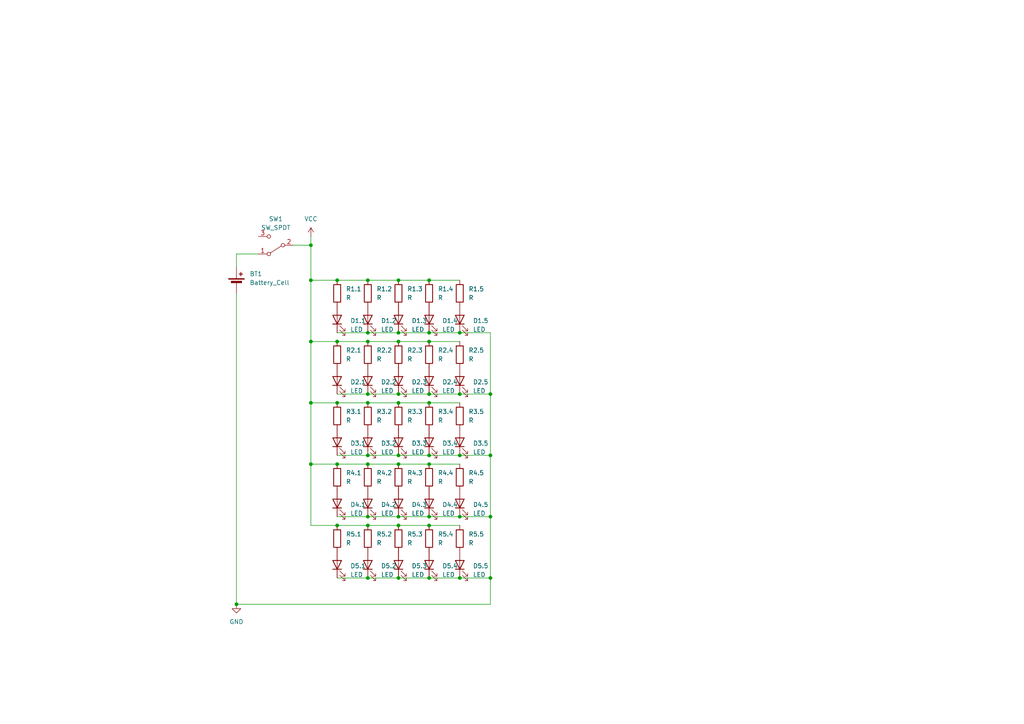
<source format=kicad_sch>
(kicad_sch (version 20230121) (generator eeschema)
  (paper "A4")
  (lib_symbols
    (symbol "Device:Battery_Cell" (pin_numbers hide) (pin_names (offset 0) hide)
      (property "Reference" "BT" (at 2.54 2.54 0))
      (property "Value" "Battery_Cell" (at 2.54 0 0))
      (symbol "Battery_Cell_0_1"
        (rectangle (start -2.286 1.778) (end 2.286 1.524) (fill (type outline)))
        (rectangle (start -1.524 1.016) (end 1.524 0.508) (fill (type outline)))
        (polyline (pts (xy 0 0.762) (xy 0 0)))
        (polyline (pts (xy 0 1.778) (xy 0 2.54)))
        (polyline (pts (xy 0.762 3.048) (xy 1.778 3.048)) (stroke (width 0.254)))
        (polyline (pts (xy 1.27 3.556) (xy 1.27 2.54)) (stroke (width 0.254)))
      )
      (symbol "Battery_Cell_1_1"
        (pin passive line (at 0 5.08 270) (length 2.54) (name "+") (number "1"))
        (pin passive line (at 0 -2.54 90) (length 2.54) (name "-") (number "2"))
      )
    )
    (symbol "Device:LED" (pin_numbers hide) (pin_names (offset 1.016) hide)
      (property "Reference" "D" (at 0 2.54 0))
      (property "Value" "LED" (at 0 -2.54 0))
      (symbol "LED_0_1"
        (polyline (pts (xy -1.27 -1.27) (xy -1.27 1.27)) (stroke (width 0.254)))
        (polyline (pts (xy -1.27 0) (xy 1.27 0)))
        (polyline (pts (xy 1.27 -1.27) (xy 1.27 1.27) (xy -1.27 0) (xy 1.27 -1.27)) (stroke (width 0.254)))
        (polyline (pts (xy -3.048 -0.762) (xy -4.572 -2.286) (xy -3.81 -2.286) (xy -4.572 -2.286) (xy -4.572 -1.524)))
        (polyline (pts (xy -1.778 -0.762) (xy -3.302 -2.286) (xy -2.54 -2.286) (xy -3.302 -2.286) (xy -3.302 -1.524)))
      )
      (symbol "LED_1_1"
        (pin passive line (at -3.81 0 0) (length 2.54) (name "K") (number "1"))
        (pin passive line (at 3.81 0 180) (length 2.54) (name "A") (number "2"))
      )
    )
    (symbol "Device:R" (pin_numbers hide) (pin_names (offset 0))
      (property "Reference" "R" (at 2.032 0 90))
      (property "Value" "R" (at 0 0 90))
      (symbol "R_0_1"
        (rectangle (start -1.016 -2.54) (end 1.016 2.54) (stroke (width 0.254)))
      )
      (symbol "R_1_1"
        (pin passive line (at 0 3.81 270) (length 1.27) (name "~") (number "1"))
        (pin passive line (at 0 -3.81 90) (length 1.27) (name "~") (number "2"))
      )
    )
    (symbol "Switch:SW_SPDT" (pin_names (offset 0) hide)
      (property "Reference" "SW" (at 0 4.318 0))
      (property "Value" "SW_SPDT" (at 0 -5.08 0))
      (symbol "SW_SPDT_0_0"
        (circle (center -2.032 0) (radius 0.508))
        (circle (center 2.032 -2.54) (radius 0.508))
      )
      (symbol "SW_SPDT_0_1"
        (polyline (pts (xy -1.524 0.254) (xy 1.651 2.286)))
        (circle (center 2.032 2.54) (radius 0.508))
      )
      (symbol "SW_SPDT_1_1"
        (pin passive line (at 5.08 2.54 180) (length 2.54) (name "A") (number "1"))
        (pin passive line (at -5.08 0 0) (length 2.54) (name "B") (number "2"))
        (pin passive line (at 5.08 -2.54 180) (length 2.54) (name "C") (number "3"))
      )
    )
    (symbol "power:GND" (power) (pin_names (offset 0))
      (property "Value" "GND" (at 0 -3.81 0))
      (symbol "GND_0_1"
        (polyline (pts (xy 0 0) (xy 0 -1.27) (xy 1.27 -1.27) (xy 0 -2.54) (xy -1.27 -1.27) (xy 0 -1.27)))
      )
      (symbol "GND_1_1"
        (pin power_in line (at 0 0 270) (length 0) hide (name "GND") (number "1"))
      )
    )
    (symbol "power:VCC" (power) (pin_names (offset 0))
      (property "Value" "VCC" (at 0 3.81 0))
      (symbol "VCC_0_1"
        (polyline (pts (xy -0.762 1.27) (xy 0 2.54)))
        (polyline (pts (xy 0 0) (xy 0 2.54)))
        (polyline (pts (xy 0 2.54) (xy 0.762 1.27)))
      )
      (symbol "VCC_1_1"
        (pin power_in line (at 0 0 90) (length 0) hide (name "VCC") (number "1"))
      )
    )
  )
  (junction (at 142.24 149.86))
  (junction (at 133.35 149.86))
  (junction (at 124.46 152.4))
  (junction (at 106.68 99.06))
  (junction (at 106.68 116.84))
  (junction (at 90.17 134.62))
  (junction (at 115.57 116.84))
  (junction (at 97.79 152.4))
  (junction (at 124.46 167.64))
  (junction (at 90.17 71.12))
  (junction (at 115.57 149.86))
  (junction (at 124.46 132.08))
  (junction (at 115.57 152.4))
  (junction (at 115.57 132.08))
  (junction (at 115.57 134.62))
  (junction (at 106.68 167.64))
  (junction (at 124.46 114.3))
  (junction (at 90.17 99.06))
  (junction (at 133.35 114.3))
  (junction (at 142.24 167.64))
  (junction (at 115.57 167.64))
  (junction (at 106.68 114.3))
  (junction (at 142.24 132.08))
  (junction (at 115.57 96.52))
  (junction (at 124.46 116.84))
  (junction (at 124.46 96.52))
  (junction (at 142.24 114.3))
  (junction (at 133.35 132.08))
  (junction (at 68.58 175.26))
  (junction (at 97.79 134.62))
  (junction (at 106.68 132.08))
  (junction (at 90.17 116.84))
  (junction (at 124.46 99.06))
  (junction (at 106.68 134.62))
  (junction (at 115.57 81.28))
  (junction (at 115.57 99.06))
  (junction (at 115.57 114.3))
  (junction (at 124.46 134.62))
  (junction (at 106.68 81.28))
  (junction (at 133.35 167.64))
  (junction (at 106.68 149.86))
  (junction (at 124.46 149.86))
  (junction (at 97.79 81.28))
  (junction (at 106.68 152.4))
  (junction (at 97.79 99.06))
  (junction (at 97.79 116.84))
  (junction (at 106.68 96.52))
  (junction (at 133.35 96.52))
  (junction (at 124.46 81.28))
  (junction (at 90.17 81.28))
  (wire (pts (xy 90.17 99.06) (xy 97.79 99.06)))
  (wire (pts (xy 97.79 167.64) (xy 106.68 167.64)))
  (wire (pts (xy 97.79 81.28) (xy 106.68 81.28)))
  (wire (pts (xy 85.09 71.12) (xy 90.17 71.12)))
  (wire (pts (xy 97.79 149.86) (xy 106.68 149.86)))
  (wire (pts (xy 97.79 99.06) (xy 106.68 99.06)))
  (wire (pts (xy 106.68 134.62) (xy 115.57 134.62)))
  (wire (pts (xy 97.79 134.62) (xy 106.68 134.62)))
  (wire (pts (xy 97.79 116.84) (xy 106.68 116.84)))
  (wire (pts (xy 115.57 99.06) (xy 124.46 99.06)))
  (wire (pts (xy 90.17 116.84) (xy 97.79 116.84)))
  (wire (pts (xy 115.57 132.08) (xy 124.46 132.08)))
  (wire (pts (xy 97.79 152.4) (xy 106.68 152.4)))
  (wire (pts (xy 90.17 99.06) (xy 90.17 116.84)))
  (wire (pts (xy 90.17 81.28) (xy 97.79 81.28)))
  (wire (pts (xy 124.46 114.3) (xy 133.35 114.3)))
  (wire (pts (xy 115.57 114.3) (xy 124.46 114.3)))
  (wire (pts (xy 106.68 132.08) (xy 115.57 132.08)))
  (wire (pts (xy 90.17 116.84) (xy 90.17 134.62)))
  (wire (pts (xy 68.58 73.66) (xy 68.58 77.47)))
  (wire (pts (xy 115.57 167.64) (xy 124.46 167.64)))
  (wire (pts (xy 115.57 134.62) (xy 124.46 134.62)))
  (wire (pts (xy 90.17 134.62) (xy 97.79 134.62)))
  (wire (pts (xy 90.17 152.4) (xy 97.79 152.4)))
  (wire (pts (xy 106.68 116.84) (xy 115.57 116.84)))
  (wire (pts (xy 133.35 167.64) (xy 142.24 167.64)))
  (wire (pts (xy 115.57 152.4) (xy 124.46 152.4)))
  (wire (pts (xy 115.57 116.84) (xy 124.46 116.84)))
  (wire (pts (xy 90.17 71.12) (xy 90.17 68.58)))
  (wire (pts (xy 90.17 81.28) (xy 90.17 99.06)))
  (wire (pts (xy 97.79 114.3) (xy 106.68 114.3)))
  (wire (pts (xy 124.46 134.62) (xy 133.35 134.62)))
  (wire (pts (xy 106.68 114.3) (xy 115.57 114.3)))
  (wire (pts (xy 68.58 85.09) (xy 68.58 175.26)))
  (wire (pts (xy 142.24 167.64) (xy 142.24 175.26)))
  (wire (pts (xy 133.35 96.52) (xy 142.24 96.52)))
  (wire (pts (xy 124.46 149.86) (xy 133.35 149.86)))
  (wire (pts (xy 133.35 149.86) (xy 142.24 149.86)))
  (wire (pts (xy 142.24 114.3) (xy 142.24 132.08)))
  (wire (pts (xy 90.17 71.12) (xy 90.17 81.28)))
  (wire (pts (xy 106.68 152.4) (xy 115.57 152.4)))
  (wire (pts (xy 68.58 175.26) (xy 142.24 175.26)))
  (wire (pts (xy 124.46 96.52) (xy 133.35 96.52)))
  (wire (pts (xy 142.24 132.08) (xy 142.24 149.86)))
  (wire (pts (xy 133.35 114.3) (xy 142.24 114.3)))
  (wire (pts (xy 97.79 96.52) (xy 106.68 96.52)))
  (wire (pts (xy 115.57 81.28) (xy 124.46 81.28)))
  (wire (pts (xy 106.68 167.64) (xy 115.57 167.64)))
  (wire (pts (xy 97.79 132.08) (xy 106.68 132.08)))
  (wire (pts (xy 124.46 116.84) (xy 133.35 116.84)))
  (wire (pts (xy 124.46 167.64) (xy 133.35 167.64)))
  (wire (pts (xy 106.68 96.52) (xy 115.57 96.52)))
  (wire (pts (xy 124.46 132.08) (xy 133.35 132.08)))
  (wire (pts (xy 106.68 81.28) (xy 115.57 81.28)))
  (wire (pts (xy 74.93 73.66) (xy 68.58 73.66)))
  (wire (pts (xy 124.46 81.28) (xy 133.35 81.28)))
  (wire (pts (xy 124.46 152.4) (xy 133.35 152.4)))
  (wire (pts (xy 133.35 132.08) (xy 142.24 132.08)))
  (wire (pts (xy 90.17 134.62) (xy 90.17 152.4)))
  (wire (pts (xy 142.24 149.86) (xy 142.24 167.64)))
  (wire (pts (xy 142.24 96.52) (xy 142.24 114.3)))
  (wire (pts (xy 106.68 99.06) (xy 115.57 99.06)))
  (wire (pts (xy 115.57 96.52) (xy 124.46 96.52)))
  (wire (pts (xy 115.57 149.86) (xy 124.46 149.86)))
  (wire (pts (xy 106.68 149.86) (xy 115.57 149.86)))
  (wire (pts (xy 124.46 99.06) (xy 133.35 99.06)))
  (symbol (lib_id "Device:LED") (at 97.79 146.05 90) (unit 1)
    (property "Reference" "D4.1" (at 101.6 146.3675 90) (effects (justify right)))
    (property "Value" "LED" (at 101.6 148.9075 90) (effects (justify right)))
    (property "Footprint" "LED_SMD:LED_0603_1608Metric" (effects hide))
  )
  (symbol (lib_id "Device:LED") (at 133.35 128.27 90) (unit 1)
    (property "Reference" "D3.5" (at 137.16 128.5875 90) (effects (justify right)))
    (property "Value" "LED" (at 137.16 131.1275 90) (effects (justify right)))
    (property "Footprint" "LED_SMD:LED_0603_1608Metric" (effects hide))
  )
  (symbol (lib_id "Device:R") (at 124.46 102.87 0) (unit 1)
    (property "Reference" "R2.4" (at 127 101.6 0) (effects (justify left)))
    (property "Value" "R" (at 127 104.14 0) (effects (justify left)))
    (property "Footprint" "Resistor_SMD:R_0603_1608Metric" (effects hide))
  )
  (symbol (lib_id "Device:R") (at 115.57 102.87 0) (unit 1)
    (property "Reference" "R2.3" (at 118.11 101.6 0) (effects (justify left)))
    (property "Value" "R" (at 118.11 104.14 0) (effects (justify left)))
    (property "Footprint" "Resistor_SMD:R_0603_1608Metric" (effects hide))
  )
  (symbol (lib_id "Device:LED") (at 106.68 146.05 90) (unit 1)
    (property "Reference" "D4.2" (at 110.49 146.3675 90) (effects (justify right)))
    (property "Value" "LED" (at 110.49 148.9075 90) (effects (justify right)))
    (property "Footprint" "LED_SMD:LED_0603_1608Metric" (effects hide))
  )
  (symbol (lib_id "Switch:SW_SPDT") (at 80.01 71.12 180) (unit 1)
    (property "Reference" "SW1" (at 80.01 63.5 0))
    (property "Value" "SW_SPDT" (at 80.01 66.04 0))
    (property "Footprint" "Button_Switch_SMD:SW_SPDT_PCM12" (effects hide))
  )
  (symbol (lib_id "Device:R") (at 106.68 156.21 0) (unit 1)
    (property "Reference" "R5.2" (at 109.22 154.94 0) (effects (justify left)))
    (property "Value" "R" (at 109.22 157.48 0) (effects (justify left)))
    (property "Footprint" "Resistor_SMD:R_0603_1608Metric" (effects hide))
  )
  (symbol (lib_id "Device:LED") (at 106.68 128.27 90) (unit 1)
    (property "Reference" "D3.2" (at 110.49 128.5875 90) (effects (justify right)))
    (property "Value" "LED" (at 110.49 131.1275 90) (effects (justify right)))
    (property "Footprint" "LED_SMD:LED_0603_1608Metric" (effects hide))
  )
  (symbol (lib_id "Device:LED") (at 133.35 110.49 90) (unit 1)
    (property "Reference" "D2.5" (at 137.16 110.8075 90) (effects (justify right)))
    (property "Value" "LED" (at 137.16 113.3475 90) (effects (justify right)))
    (property "Footprint" "LED_SMD:LED_0603_1608Metric" (effects hide))
  )
  (symbol (lib_id "Device:LED") (at 124.46 163.83 90) (unit 1)
    (property "Reference" "D5.4" (at 128.27 164.1475 90) (effects (justify right)))
    (property "Value" "LED" (at 128.27 166.6875 90) (effects (justify right)))
    (property "Footprint" "LED_SMD:LED_0603_1608Metric" (effects hide))
  )
  (symbol (lib_id "Device:R") (at 133.35 85.09 0) (unit 1)
    (property "Reference" "R1.5" (at 135.89 83.82 0) (effects (justify left)))
    (property "Value" "R" (at 135.89 86.36 0) (effects (justify left)))
    (property "Footprint" "Resistor_SMD:R_0603_1608Metric" (effects hide))
  )
  (symbol (lib_id "Device:LED") (at 124.46 92.71 90) (unit 1)
    (property "Reference" "D1.4" (at 128.27 93.0275 90) (effects (justify right)))
    (property "Value" "LED" (at 128.27 95.5675 90) (effects (justify right)))
    (property "Footprint" "LED_SMD:LED_0603_1608Metric" (effects hide))
  )
  (symbol (lib_id "Device:LED") (at 115.57 92.71 90) (unit 1)
    (property "Reference" "D1.3" (at 119.38 93.0275 90) (effects (justify right)))
    (property "Value" "LED" (at 119.38 95.5675 90) (effects (justify right)))
    (property "Footprint" "LED_SMD:LED_0603_1608Metric" (effects hide))
  )
  (symbol (lib_id "Device:R") (at 124.46 85.09 0) (unit 1)
    (property "Reference" "R1.4" (at 127 83.82 0) (effects (justify left)))
    (property "Value" "R" (at 127 86.36 0) (effects (justify left)))
    (property "Footprint" "Resistor_SMD:R_0603_1608Metric" (effects hide))
  )
  (symbol (lib_id "Device:R") (at 106.68 120.65 0) (unit 1)
    (property "Reference" "R3.2" (at 109.22 119.38 0) (effects (justify left)))
    (property "Value" "R" (at 109.22 121.92 0) (effects (justify left)))
    (property "Footprint" "Resistor_SMD:R_0603_1608Metric" (effects hide))
  )
  (symbol (lib_id "Device:R") (at 97.79 138.43 0) (unit 1)
    (property "Reference" "R4.1" (at 100.33 137.16 0) (effects (justify left)))
    (property "Value" "R" (at 100.33 139.7 0) (effects (justify left)))
    (property "Footprint" "Resistor_SMD:R_0603_1608Metric" (effects hide))
  )
  (symbol (lib_id "Device:R") (at 97.79 120.65 0) (unit 1)
    (property "Reference" "R3.1" (at 100.33 119.38 0) (effects (justify left)))
    (property "Value" "R" (at 100.33 121.92 0) (effects (justify left)))
    (property "Footprint" "Resistor_SMD:R_0603_1608Metric" (effects hide))
  )
  (symbol (lib_id "Device:LED") (at 97.79 128.27 90) (unit 1)
    (property "Reference" "D3.1" (at 101.6 128.5875 90) (effects (justify right)))
    (property "Value" "LED" (at 101.6 131.1275 90) (effects (justify right)))
    (property "Footprint" "LED_SMD:LED_0603_1608Metric" (effects hide))
  )
  (symbol (lib_id "Device:R") (at 115.57 138.43 0) (unit 1)
    (property "Reference" "R4.3" (at 118.11 137.16 0) (effects (justify left)))
    (property "Value" "R" (at 118.11 139.7 0) (effects (justify left)))
    (property "Footprint" "Resistor_SMD:R_0603_1608Metric" (effects hide))
  )
  (symbol (lib_id "Device:R") (at 133.35 102.87 0) (unit 1)
    (property "Reference" "R2.5" (at 135.89 101.6 0) (effects (justify left)))
    (property "Value" "R" (at 135.89 104.14 0) (effects (justify left)))
    (property "Footprint" "Resistor_SMD:R_0603_1608Metric" (effects hide))
  )
  (symbol (lib_id "Device:R") (at 97.79 85.09 0) (unit 1)
    (property "Reference" "R1.1" (at 100.33 83.82 0) (effects (justify left)))
    (property "Value" "R" (at 100.33 86.36 0) (effects (justify left)))
    (property "Footprint" "Resistor_SMD:R_0603_1608Metric" (effects hide))
  )
  (symbol (lib_id "Device:LED") (at 115.57 146.05 90) (unit 1)
    (property "Reference" "D4.3" (at 119.38 146.3675 90) (effects (justify right)))
    (property "Value" "LED" (at 119.38 148.9075 90) (effects (justify right)))
    (property "Footprint" "LED_SMD:LED_0603_1608Metric" (effects hide))
  )
  (symbol (lib_id "power:GND") (at 68.58 175.26 0) (unit 1)
    (property "Reference" "#PWR01" (effects hide))
    (property "Value" "GND" (at 68.58 180.34 0))
  )
  (symbol (lib_id "Device:R") (at 124.46 138.43 0) (unit 1)
    (property "Reference" "R4.4" (at 127 137.16 0) (effects (justify left)))
    (property "Value" "R" (at 127 139.7 0) (effects (justify left)))
    (property "Footprint" "Resistor_SMD:R_0603_1608Metric" (effects hide))
  )
  (symbol (lib_id "Device:R") (at 133.35 156.21 0) (unit 1)
    (property "Reference" "R5.5" (at 135.89 154.94 0) (effects (justify left)))
    (property "Value" "R" (at 135.89 157.48 0) (effects (justify left)))
    (property "Footprint" "Resistor_SMD:R_0603_1608Metric" (effects hide))
  )
  (symbol (lib_id "Device:R") (at 106.68 85.09 0) (unit 1)
    (property "Reference" "R1.2" (at 109.22 83.82 0) (effects (justify left)))
    (property "Value" "R" (at 109.22 86.36 0) (effects (justify left)))
    (property "Footprint" "Resistor_SMD:R_0603_1608Metric" (effects hide))
  )
  (symbol (lib_id "Device:R") (at 106.68 138.43 0) (unit 1)
    (property "Reference" "R4.2" (at 109.22 137.16 0) (effects (justify left)))
    (property "Value" "R" (at 109.22 139.7 0) (effects (justify left)))
    (property "Footprint" "Resistor_SMD:R_0603_1608Metric" (effects hide))
  )
  (symbol (lib_id "Device:R") (at 97.79 102.87 0) (unit 1)
    (property "Reference" "R2.1" (at 100.33 101.6 0) (effects (justify left)))
    (property "Value" "R" (at 100.33 104.14 0) (effects (justify left)))
    (property "Footprint" "Resistor_SMD:R_0603_1608Metric" (effects hide))
  )
  (symbol (lib_id "Device:LED") (at 115.57 110.49 90) (unit 1)
    (property "Reference" "D2.3" (at 119.38 110.8075 90) (effects (justify right)))
    (property "Value" "LED" (at 119.38 113.3475 90) (effects (justify right)))
    (property "Footprint" "LED_SMD:LED_0603_1608Metric" (effects hide))
  )
  (symbol (lib_id "Device:R") (at 124.46 120.65 0) (unit 1)
    (property "Reference" "R3.4" (at 127 119.38 0) (effects (justify left)))
    (property "Value" "R" (at 127 121.92 0) (effects (justify left)))
    (property "Footprint" "Resistor_SMD:R_0603_1608Metric" (effects hide))
  )
  (symbol (lib_id "Device:LED") (at 115.57 128.27 90) (unit 1)
    (property "Reference" "D3.3" (at 119.38 128.5875 90) (effects (justify right)))
    (property "Value" "LED" (at 119.38 131.1275 90) (effects (justify right)))
    (property "Footprint" "LED_SMD:LED_0603_1608Metric" (effects hide))
  )
  (symbol (lib_id "Device:R") (at 133.35 138.43 0) (unit 1)
    (property "Reference" "R4.5" (at 135.89 137.16 0) (effects (justify left)))
    (property "Value" "R" (at 135.89 139.7 0) (effects (justify left)))
    (property "Footprint" "Resistor_SMD:R_0603_1608Metric" (effects hide))
  )
  (symbol (lib_id "Device:R") (at 115.57 156.21 0) (unit 1)
    (property "Reference" "R5.3" (at 118.11 154.94 0) (effects (justify left)))
    (property "Value" "R" (at 118.11 157.48 0) (effects (justify left)))
    (property "Footprint" "Resistor_SMD:R_0603_1608Metric" (effects hide))
  )
  (symbol (lib_id "Device:LED") (at 124.46 128.27 90) (unit 1)
    (property "Reference" "D3.4" (at 128.27 128.5875 90) (effects (justify right)))
    (property "Value" "LED" (at 128.27 131.1275 90) (effects (justify right)))
    (property "Footprint" "LED_SMD:LED_0603_1608Metric" (effects hide))
  )
  (symbol (lib_id "Device:R") (at 124.46 156.21 0) (unit 1)
    (property "Reference" "R5.4" (at 127 154.94 0) (effects (justify left)))
    (property "Value" "R" (at 127 157.48 0) (effects (justify left)))
    (property "Footprint" "Resistor_SMD:R_0603_1608Metric" (effects hide))
  )
  (symbol (lib_id "Device:LED") (at 133.35 92.71 90) (unit 1)
    (property "Reference" "D1.5" (at 137.16 93.0275 90) (effects (justify right)))
    (property "Value" "LED" (at 137.16 95.5675 90) (effects (justify right)))
    (property "Footprint" "LED_SMD:LED_0603_1608Metric" (effects hide))
  )
  (symbol (lib_id "Device:LED") (at 133.35 163.83 90) (unit 1)
    (property "Reference" "D5.5" (at 137.16 164.1475 90) (effects (justify right)))
    (property "Value" "LED" (at 137.16 166.6875 90) (effects (justify right)))
    (property "Footprint" "LED_SMD:LED_0603_1608Metric" (effects hide))
  )
  (symbol (lib_id "Device:LED") (at 97.79 92.71 90) (unit 1)
    (property "Reference" "D1.1" (at 101.6 93.0275 90) (effects (justify right)))
    (property "Value" "LED" (at 101.6 95.5675 90) (effects (justify right)))
    (property "Footprint" "LED_SMD:LED_0603_1608Metric" (effects hide))
  )
  (symbol (lib_id "power:VCC") (at 90.17 68.58 0) (unit 1)
    (property "Reference" "#PWR02" (effects hide))
    (property "Value" "VCC" (at 90.17 63.5 0))
  )
  (symbol (lib_id "Device:R") (at 115.57 120.65 0) (unit 1)
    (property "Reference" "R3.3" (at 118.11 119.38 0) (effects (justify left)))
    (property "Value" "R" (at 118.11 121.92 0) (effects (justify left)))
    (property "Footprint" "Resistor_SMD:R_0603_1608Metric" (effects hide))
  )
  (symbol (lib_id "Device:R") (at 115.57 85.09 0) (unit 1)
    (property "Reference" "R1.3" (at 118.11 83.82 0) (effects (justify left)))
    (property "Value" "R" (at 118.11 86.36 0) (effects (justify left)))
    (property "Footprint" "Resistor_SMD:R_0603_1608Metric" (effects hide))
  )
  (symbol (lib_id "Device:LED") (at 106.68 110.49 90) (unit 1)
    (property "Reference" "D2.2" (at 110.49 110.8075 90) (effects (justify right)))
    (property "Value" "LED" (at 110.49 113.3475 90) (effects (justify right)))
    (property "Footprint" "LED_SMD:LED_0603_1608Metric" (effects hide))
  )
  (symbol (lib_id "Device:LED") (at 97.79 110.49 90) (unit 1)
    (property "Reference" "D2.1" (at 101.6 110.8075 90) (effects (justify right)))
    (property "Value" "LED" (at 101.6 113.3475 90) (effects (justify right)))
    (property "Footprint" "LED_SMD:LED_0603_1608Metric" (effects hide))
  )
  (symbol (lib_id "Device:LED") (at 115.57 163.83 90) (unit 1)
    (property "Reference" "D5.3" (at 119.38 164.1475 90) (effects (justify right)))
    (property "Value" "LED" (at 119.38 166.6875 90) (effects (justify right)))
    (property "Footprint" "LED_SMD:LED_0603_1608Metric" (effects hide))
  )
  (symbol (lib_id "Device:LED") (at 97.79 163.83 90) (unit 1)
    (property "Reference" "D5.1" (at 101.6 164.1475 90) (effects (justify right)))
    (property "Value" "LED" (at 101.6 166.6875 90) (effects (justify right)))
    (property "Footprint" "LED_SMD:LED_0603_1608Metric" (effects hide))
  )
  (symbol (lib_id "Device:Battery_Cell") (at 68.58 82.55 0) (unit 1)
    (property "Reference" "BT1" (at 72.39 79.4385 0) (effects (justify left)))
    (property "Value" "Battery_Cell" (at 72.39 81.9785 0) (effects (justify left)))
    (property "Footprint" "Battery:BatteryHolder_MPD_BC2003_1x2032" (effects hide))
  )
  (symbol (lib_id "Device:R") (at 97.79 156.21 0) (unit 1)
    (property "Reference" "R5.1" (at 100.33 154.94 0) (effects (justify left)))
    (property "Value" "R" (at 100.33 157.48 0) (effects (justify left)))
    (property "Footprint" "Resistor_SMD:R_0603_1608Metric" (effects hide))
  )
  (symbol (lib_id "Device:LED") (at 106.68 92.71 90) (unit 1)
    (property "Reference" "D1.2" (at 110.49 93.0275 90) (effects (justify right)))
    (property "Value" "LED" (at 110.49 95.5675 90) (effects (justify right)))
    (property "Footprint" "LED_SMD:LED_0603_1608Metric" (effects hide))
  )
  (symbol (lib_id "Device:LED") (at 106.68 163.83 90) (unit 1)
    (property "Reference" "D5.2" (at 110.49 164.1475 90) (effects (justify right)))
    (property "Value" "LED" (at 110.49 166.6875 90) (effects (justify right)))
    (property "Footprint" "LED_SMD:LED_0603_1608Metric" (effects hide))
  )
  (symbol (lib_id "Device:R") (at 133.35 120.65 0) (unit 1)
    (property "Reference" "R3.5" (at 135.89 119.38 0) (effects (justify left)))
    (property "Value" "R" (at 135.89 121.92 0) (effects (justify left)))
    (property "Footprint" "Resistor_SMD:R_0603_1608Metric" (effects hide))
  )
  (symbol (lib_id "Device:LED") (at 124.46 110.49 90) (unit 1)
    (property "Reference" "D2.4" (at 128.27 110.8075 90) (effects (justify right)))
    (property "Value" "LED" (at 128.27 113.3475 90) (effects (justify right)))
    (property "Footprint" "LED_SMD:LED_0603_1608Metric" (effects hide))
  )
  (symbol (lib_id "Device:LED") (at 124.46 146.05 90) (unit 1)
    (property "Reference" "D4.4" (at 128.27 146.3675 90) (effects (justify right)))
    (property "Value" "LED" (at 128.27 148.9075 90) (effects (justify right)))
    (property "Footprint" "LED_SMD:LED_0603_1608Metric" (effects hide))
  )
  (symbol (lib_id "Device:LED") (at 133.35 146.05 90) (unit 1)
    (property "Reference" "D4.5" (at 137.16 146.3675 90) (effects (justify right)))
    (property "Value" "LED" (at 137.16 148.9075 90) (effects (justify right)))
    (property "Footprint" "LED_SMD:LED_0603_1608Metric" (effects hide))
  )
  (symbol (lib_id "Device:R") (at 106.68 102.87 0) (unit 1)
    (property "Reference" "R2.2" (at 109.22 101.6 0) (effects (justify left)))
    (property "Value" "R" (at 109.22 104.14 0) (effects (justify left)))
    (property "Footprint" "Resistor_SMD:R_0603_1608Metric" (effects hide))
  )
)
</source>
